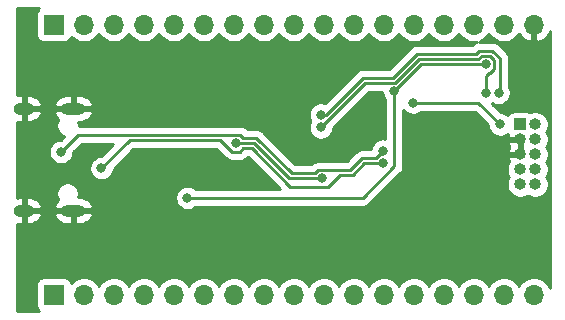
<source format=gbl>
%TF.GenerationSoftware,KiCad,Pcbnew,5.1.9+dfsg1-1*%
%TF.CreationDate,2022-01-14T18:57:29-05:00*%
%TF.ProjectId,samd21g17d,73616d64-3231-4673-9137-642e6b696361,rev?*%
%TF.SameCoordinates,Original*%
%TF.FileFunction,Copper,L2,Bot*%
%TF.FilePolarity,Positive*%
%FSLAX46Y46*%
G04 Gerber Fmt 4.6, Leading zero omitted, Abs format (unit mm)*
G04 Created by KiCad (PCBNEW 5.1.9+dfsg1-1) date 2022-01-14 18:57:29*
%MOMM*%
%LPD*%
G01*
G04 APERTURE LIST*
%TA.AperFunction,ComponentPad*%
%ADD10O,1.000000X1.000000*%
%TD*%
%TA.AperFunction,ComponentPad*%
%ADD11R,1.000000X1.000000*%
%TD*%
%TA.AperFunction,ComponentPad*%
%ADD12O,1.700000X1.700000*%
%TD*%
%TA.AperFunction,ComponentPad*%
%ADD13R,1.700000X1.700000*%
%TD*%
%TA.AperFunction,ComponentPad*%
%ADD14O,1.800000X1.000000*%
%TD*%
%TA.AperFunction,ComponentPad*%
%ADD15O,2.100000X1.000000*%
%TD*%
%TA.AperFunction,ViaPad*%
%ADD16C,0.800000*%
%TD*%
%TA.AperFunction,Conductor*%
%ADD17C,0.250000*%
%TD*%
%TA.AperFunction,Conductor*%
%ADD18C,0.254000*%
%TD*%
%TA.AperFunction,Conductor*%
%ADD19C,0.100000*%
%TD*%
G04 APERTURE END LIST*
D10*
%TO.P,DEBUG,10*%
%TO.N,RESET*%
X124587000Y-87185500D03*
%TO.P,DEBUG,9*%
%TO.N,Net-(J4-Pad9)*%
X123317000Y-87185500D03*
%TO.P,DEBUG,8*%
%TO.N,Net-(J4-Pad8)*%
X124587000Y-85915500D03*
%TO.P,DEBUG,7*%
%TO.N,Net-(J4-Pad7)*%
X123317000Y-85915500D03*
%TO.P,DEBUG,6*%
%TO.N,Net-(J4-Pad6)*%
X124587000Y-84645500D03*
%TO.P,DEBUG,5*%
%TO.N,GND*%
X123317000Y-84645500D03*
%TO.P,DEBUG,4*%
%TO.N,SWCLK*%
X124587000Y-83375500D03*
%TO.P,DEBUG,3*%
%TO.N,GND*%
X123317000Y-83375500D03*
%TO.P,DEBUG,2*%
%TO.N,SWDIO*%
X124587000Y-82105500D03*
D11*
%TO.P,DEBUG,1*%
%TO.N,+3V3*%
X123317000Y-82105500D03*
%TD*%
D12*
%TO.P,J3,17*%
%TO.N,GND*%
X124460000Y-73660000D03*
%TO.P,J3,16*%
%TO.N,+3V3*%
X121920000Y-73660000D03*
%TO.P,J3,15*%
%TO.N,PA17*%
X119380000Y-73660000D03*
%TO.P,J3,14*%
%TO.N,PA18*%
X116840000Y-73660000D03*
%TO.P,J3,13*%
%TO.N,PA19*%
X114300000Y-73660000D03*
%TO.P,J3,12*%
%TO.N,PA20*%
X111760000Y-73660000D03*
%TO.P,J3,11*%
%TO.N,PA21*%
X109220000Y-73660000D03*
%TO.P,J3,10*%
%TO.N,PA22*%
X106680000Y-73660000D03*
%TO.P,J3,9*%
%TO.N,PA23*%
X104140000Y-73660000D03*
%TO.P,J3,8*%
%TO.N,PB22*%
X101600000Y-73660000D03*
%TO.P,J3,7*%
%TO.N,PB23*%
X99060000Y-73660000D03*
%TO.P,J3,6*%
%TO.N,PA27*%
X96520000Y-73660000D03*
%TO.P,J3,5*%
%TO.N,PA28*%
X93980000Y-73660000D03*
%TO.P,J3,4*%
%TO.N,PB02*%
X91440000Y-73660000D03*
%TO.P,J3,3*%
%TO.N,PB03*%
X88900000Y-73660000D03*
%TO.P,J3,2*%
%TO.N,PA02*%
X86360000Y-73660000D03*
D13*
%TO.P,J3,1*%
%TO.N,PA03*%
X83820000Y-73660000D03*
%TD*%
D12*
%TO.P,J2,17*%
%TO.N,PA16*%
X124460000Y-96520000D03*
%TO.P,J2,16*%
%TO.N,PA15*%
X121920000Y-96520000D03*
%TO.P,J2,15*%
%TO.N,PA14*%
X119380000Y-96520000D03*
%TO.P,J2,14*%
%TO.N,PA13*%
X116840000Y-96520000D03*
%TO.P,J2,13*%
%TO.N,PA12*%
X114300000Y-96520000D03*
%TO.P,J2,12*%
%TO.N,PB11*%
X111760000Y-96520000D03*
%TO.P,J2,11*%
%TO.N,PB10*%
X109220000Y-96520000D03*
%TO.P,J2,10*%
%TO.N,PA11*%
X106680000Y-96520000D03*
%TO.P,J2,9*%
%TO.N,PA10*%
X104140000Y-96520000D03*
%TO.P,J2,8*%
%TO.N,PA09*%
X101600000Y-96520000D03*
%TO.P,J2,7*%
%TO.N,PA08*%
X99060000Y-96520000D03*
%TO.P,J2,6*%
%TO.N,PA05*%
X96520000Y-96520000D03*
%TO.P,J2,5*%
%TO.N,PA07*%
X93980000Y-96520000D03*
%TO.P,J2,4*%
%TO.N,PA06*%
X91440000Y-96520000D03*
%TO.P,J2,3*%
%TO.N,PA04*%
X88900000Y-96520000D03*
%TO.P,J2,2*%
%TO.N,PB09*%
X86360000Y-96520000D03*
D13*
%TO.P,J2,1*%
%TO.N,PB08*%
X83820000Y-96520000D03*
%TD*%
D14*
%TO.P,J1,S1*%
%TO.N,GND*%
X81303000Y-89410000D03*
X81303000Y-80770000D03*
D15*
X85483000Y-80770000D03*
X85483000Y-89410000D03*
%TD*%
D16*
%TO.N,GND*%
X109220000Y-81280000D03*
X104902000Y-78168500D03*
X96647000Y-86487000D03*
X108204000Y-91948000D03*
X106041011Y-83950989D03*
X97155000Y-78803500D03*
X97688500Y-90195500D03*
%TO.N,+3V3*%
X114236500Y-80264000D03*
X106553000Y-86677500D03*
X121602500Y-82105500D03*
X99250500Y-83693000D03*
%TO.N,RESET*%
X120396000Y-77025500D03*
X112649000Y-79311500D03*
X95123000Y-88328500D03*
%TO.N,D+*%
X111696500Y-85407500D03*
X87847001Y-85815001D03*
%TO.N,D-*%
X111696500Y-84328000D03*
X84429999Y-84429999D03*
%TO.N,SWCLK*%
X106426000Y-82359500D03*
X120396000Y-79438500D03*
%TO.N,SWDIO*%
X106426000Y-81280000D03*
X121475500Y-79438500D03*
%TD*%
D17*
%TO.N,+3V3*%
X99250500Y-83693000D02*
X100774500Y-83693000D01*
X103759000Y-86677500D02*
X106553000Y-86677500D01*
X100774500Y-83693000D02*
X103759000Y-86677500D01*
X119761000Y-80264000D02*
X121602500Y-82105500D01*
X114236500Y-80264000D02*
X119761000Y-80264000D01*
%TO.N,RESET*%
X114935000Y-77025500D02*
X112649000Y-79311500D01*
X120396000Y-77025500D02*
X114935000Y-77025500D01*
X112649000Y-85654480D02*
X112649000Y-79311500D01*
X109974980Y-88328500D02*
X112649000Y-85654480D01*
X95123000Y-88328500D02*
X109974980Y-88328500D01*
%TO.N,D+*%
X87847001Y-85815001D02*
X90243993Y-83418009D01*
X99598501Y-84418001D02*
X99873492Y-84143010D01*
X98902499Y-84418001D02*
X99598501Y-84418001D01*
X97902507Y-83418009D02*
X98902499Y-84418001D01*
X90243993Y-83418009D02*
X97902507Y-83418009D01*
X107034499Y-87402501D02*
X108034491Y-86402509D01*
X103847591Y-87402501D02*
X107034499Y-87402501D01*
X100588100Y-84143010D02*
X103847591Y-87402501D01*
X99873492Y-84143010D02*
X100588100Y-84143010D01*
X110110410Y-85407500D02*
X111696500Y-85407500D01*
X109115401Y-86402509D02*
X110110410Y-85407500D01*
X108034491Y-86402509D02*
X109115401Y-86402509D01*
%TO.N,D-*%
X85891999Y-82967999D02*
X99598501Y-82967999D01*
X84429999Y-84429999D02*
X85891999Y-82967999D01*
X99873492Y-83242990D02*
X100960901Y-83242991D01*
X99598501Y-82967999D02*
X99873492Y-83242990D01*
X100960901Y-83242991D02*
X103945400Y-86227490D01*
X103945400Y-86227490D02*
X105930008Y-86227490D01*
X106204999Y-85952499D02*
X108929001Y-85952499D01*
X105930008Y-86227490D02*
X106204999Y-85952499D01*
X111067009Y-84957491D02*
X111696500Y-84328000D01*
X109924009Y-84957491D02*
X111067009Y-84957491D01*
X108929001Y-85952499D02*
X109924009Y-84957491D01*
%TO.N,SWCLK*%
X120396000Y-79438500D02*
X120396000Y-77978000D01*
X120047999Y-76300499D02*
X119773008Y-76575490D01*
X120744001Y-76300499D02*
X120047999Y-76300499D01*
X121121001Y-76677499D02*
X120744001Y-76300499D01*
X121121001Y-77373501D02*
X121121001Y-76677499D01*
X120744001Y-77750501D02*
X121121001Y-77373501D01*
X120623499Y-77750501D02*
X120744001Y-77750501D01*
X120396000Y-77978000D02*
X120623499Y-77750501D01*
X119773008Y-76575490D02*
X114748599Y-76575491D01*
X110199001Y-78586499D02*
X106426000Y-82359500D01*
X112737591Y-78586499D02*
X110199001Y-78586499D01*
X114748599Y-76575491D02*
X112737591Y-78586499D01*
%TO.N,SWDIO*%
X121571011Y-76491099D02*
X120930401Y-75850489D01*
X121571011Y-79342989D02*
X121571011Y-76491099D01*
X121475500Y-79438500D02*
X121571011Y-79342989D01*
X119581518Y-76125482D02*
X114562198Y-76125482D01*
X119856511Y-75850489D02*
X119581518Y-76125482D01*
X120930401Y-75850489D02*
X119856511Y-75850489D01*
X112551191Y-78136489D02*
X110012600Y-78136490D01*
X114562198Y-76125482D02*
X112551191Y-78136489D01*
X106869090Y-81280000D02*
X106426000Y-81280000D01*
X110012600Y-78136490D02*
X106869090Y-81280000D01*
%TD*%
D18*
%TO.N,GND*%
X82518815Y-72358815D02*
X82439463Y-72455506D01*
X82380498Y-72565820D01*
X82344188Y-72685518D01*
X82331928Y-72810000D01*
X82331928Y-74510000D01*
X82344188Y-74634482D01*
X82380498Y-74754180D01*
X82439463Y-74864494D01*
X82518815Y-74961185D01*
X82615506Y-75040537D01*
X82725820Y-75099502D01*
X82845518Y-75135812D01*
X82970000Y-75148072D01*
X84670000Y-75148072D01*
X84794482Y-75135812D01*
X84914180Y-75099502D01*
X85024494Y-75040537D01*
X85121185Y-74961185D01*
X85200537Y-74864494D01*
X85259502Y-74754180D01*
X85281513Y-74681620D01*
X85413368Y-74813475D01*
X85656589Y-74975990D01*
X85926842Y-75087932D01*
X86213740Y-75145000D01*
X86506260Y-75145000D01*
X86793158Y-75087932D01*
X87063411Y-74975990D01*
X87306632Y-74813475D01*
X87513475Y-74606632D01*
X87630000Y-74432240D01*
X87746525Y-74606632D01*
X87953368Y-74813475D01*
X88196589Y-74975990D01*
X88466842Y-75087932D01*
X88753740Y-75145000D01*
X89046260Y-75145000D01*
X89333158Y-75087932D01*
X89603411Y-74975990D01*
X89846632Y-74813475D01*
X90053475Y-74606632D01*
X90170000Y-74432240D01*
X90286525Y-74606632D01*
X90493368Y-74813475D01*
X90736589Y-74975990D01*
X91006842Y-75087932D01*
X91293740Y-75145000D01*
X91586260Y-75145000D01*
X91873158Y-75087932D01*
X92143411Y-74975990D01*
X92386632Y-74813475D01*
X92593475Y-74606632D01*
X92710000Y-74432240D01*
X92826525Y-74606632D01*
X93033368Y-74813475D01*
X93276589Y-74975990D01*
X93546842Y-75087932D01*
X93833740Y-75145000D01*
X94126260Y-75145000D01*
X94413158Y-75087932D01*
X94683411Y-74975990D01*
X94926632Y-74813475D01*
X95133475Y-74606632D01*
X95250000Y-74432240D01*
X95366525Y-74606632D01*
X95573368Y-74813475D01*
X95816589Y-74975990D01*
X96086842Y-75087932D01*
X96373740Y-75145000D01*
X96666260Y-75145000D01*
X96953158Y-75087932D01*
X97223411Y-74975990D01*
X97466632Y-74813475D01*
X97673475Y-74606632D01*
X97790000Y-74432240D01*
X97906525Y-74606632D01*
X98113368Y-74813475D01*
X98356589Y-74975990D01*
X98626842Y-75087932D01*
X98913740Y-75145000D01*
X99206260Y-75145000D01*
X99493158Y-75087932D01*
X99763411Y-74975990D01*
X100006632Y-74813475D01*
X100213475Y-74606632D01*
X100330000Y-74432240D01*
X100446525Y-74606632D01*
X100653368Y-74813475D01*
X100896589Y-74975990D01*
X101166842Y-75087932D01*
X101453740Y-75145000D01*
X101746260Y-75145000D01*
X102033158Y-75087932D01*
X102303411Y-74975990D01*
X102546632Y-74813475D01*
X102753475Y-74606632D01*
X102870000Y-74432240D01*
X102986525Y-74606632D01*
X103193368Y-74813475D01*
X103436589Y-74975990D01*
X103706842Y-75087932D01*
X103993740Y-75145000D01*
X104286260Y-75145000D01*
X104573158Y-75087932D01*
X104843411Y-74975990D01*
X105086632Y-74813475D01*
X105293475Y-74606632D01*
X105410000Y-74432240D01*
X105526525Y-74606632D01*
X105733368Y-74813475D01*
X105976589Y-74975990D01*
X106246842Y-75087932D01*
X106533740Y-75145000D01*
X106826260Y-75145000D01*
X107113158Y-75087932D01*
X107383411Y-74975990D01*
X107626632Y-74813475D01*
X107833475Y-74606632D01*
X107950000Y-74432240D01*
X108066525Y-74606632D01*
X108273368Y-74813475D01*
X108516589Y-74975990D01*
X108786842Y-75087932D01*
X109073740Y-75145000D01*
X109366260Y-75145000D01*
X109653158Y-75087932D01*
X109923411Y-74975990D01*
X110166632Y-74813475D01*
X110373475Y-74606632D01*
X110490000Y-74432240D01*
X110606525Y-74606632D01*
X110813368Y-74813475D01*
X111056589Y-74975990D01*
X111326842Y-75087932D01*
X111613740Y-75145000D01*
X111906260Y-75145000D01*
X112193158Y-75087932D01*
X112463411Y-74975990D01*
X112706632Y-74813475D01*
X112913475Y-74606632D01*
X113030000Y-74432240D01*
X113146525Y-74606632D01*
X113353368Y-74813475D01*
X113596589Y-74975990D01*
X113866842Y-75087932D01*
X114153740Y-75145000D01*
X114446260Y-75145000D01*
X114733158Y-75087932D01*
X115003411Y-74975990D01*
X115246632Y-74813475D01*
X115453475Y-74606632D01*
X115570000Y-74432240D01*
X115686525Y-74606632D01*
X115893368Y-74813475D01*
X116136589Y-74975990D01*
X116406842Y-75087932D01*
X116693740Y-75145000D01*
X116986260Y-75145000D01*
X117273158Y-75087932D01*
X117543411Y-74975990D01*
X117786632Y-74813475D01*
X117993475Y-74606632D01*
X118110000Y-74432240D01*
X118226525Y-74606632D01*
X118433368Y-74813475D01*
X118676589Y-74975990D01*
X118946842Y-75087932D01*
X119233740Y-75145000D01*
X119526260Y-75145000D01*
X119636108Y-75123150D01*
X119564264Y-75144943D01*
X119432235Y-75215515D01*
X119316510Y-75310488D01*
X119292707Y-75339492D01*
X119266717Y-75365482D01*
X114599520Y-75365482D01*
X114562197Y-75361806D01*
X114524874Y-75365482D01*
X114524865Y-75365482D01*
X114413212Y-75376479D01*
X114269951Y-75419936D01*
X114137922Y-75490508D01*
X114137920Y-75490509D01*
X114137921Y-75490509D01*
X114051194Y-75561683D01*
X114051190Y-75561687D01*
X114022197Y-75585481D01*
X113998403Y-75614474D01*
X112236389Y-77376489D01*
X110049931Y-77376491D01*
X110012599Y-77372814D01*
X109863613Y-77387488D01*
X109720353Y-77430945D01*
X109588323Y-77501517D01*
X109501596Y-77572691D01*
X109501586Y-77572701D01*
X109472599Y-77596490D01*
X109448810Y-77625477D01*
X106771468Y-80302821D01*
X106727898Y-80284774D01*
X106527939Y-80245000D01*
X106324061Y-80245000D01*
X106124102Y-80284774D01*
X105935744Y-80362795D01*
X105766226Y-80476063D01*
X105622063Y-80620226D01*
X105508795Y-80789744D01*
X105430774Y-80978102D01*
X105391000Y-81178061D01*
X105391000Y-81381939D01*
X105430774Y-81581898D01*
X105508795Y-81770256D01*
X105541866Y-81819750D01*
X105508795Y-81869244D01*
X105430774Y-82057602D01*
X105391000Y-82257561D01*
X105391000Y-82461439D01*
X105430774Y-82661398D01*
X105508795Y-82849756D01*
X105622063Y-83019274D01*
X105766226Y-83163437D01*
X105935744Y-83276705D01*
X106124102Y-83354726D01*
X106324061Y-83394500D01*
X106527939Y-83394500D01*
X106727898Y-83354726D01*
X106916256Y-83276705D01*
X107085774Y-83163437D01*
X107229937Y-83019274D01*
X107343205Y-82849756D01*
X107421226Y-82661398D01*
X107461000Y-82461439D01*
X107461000Y-82399301D01*
X110513803Y-79346499D01*
X111614000Y-79346499D01*
X111614000Y-79413439D01*
X111653774Y-79613398D01*
X111731795Y-79801756D01*
X111845063Y-79971274D01*
X111889001Y-80015212D01*
X111889000Y-83311014D01*
X111798439Y-83293000D01*
X111594561Y-83293000D01*
X111394602Y-83332774D01*
X111206244Y-83410795D01*
X111036726Y-83524063D01*
X110892563Y-83668226D01*
X110779295Y-83837744D01*
X110701274Y-84026102D01*
X110667183Y-84197491D01*
X109961332Y-84197491D01*
X109924009Y-84193815D01*
X109886686Y-84197491D01*
X109886676Y-84197491D01*
X109775023Y-84208488D01*
X109631762Y-84251945D01*
X109499733Y-84322517D01*
X109384008Y-84417490D01*
X109360210Y-84446488D01*
X108614200Y-85192499D01*
X106242321Y-85192499D01*
X106204998Y-85188823D01*
X106167676Y-85192499D01*
X106167666Y-85192499D01*
X106056013Y-85203496D01*
X105912752Y-85246953D01*
X105780723Y-85317525D01*
X105664998Y-85412498D01*
X105641195Y-85441502D01*
X105615207Y-85467490D01*
X104260202Y-85467490D01*
X101524699Y-82731988D01*
X101500902Y-82702991D01*
X101471903Y-82679192D01*
X101385177Y-82608017D01*
X101253147Y-82537445D01*
X101153343Y-82507171D01*
X101109887Y-82493989D01*
X100998234Y-82482992D01*
X100960901Y-82479315D01*
X100923570Y-82482992D01*
X100188294Y-82482991D01*
X100162305Y-82457002D01*
X100138502Y-82427998D01*
X100022777Y-82333025D01*
X99890748Y-82262453D01*
X99747487Y-82218996D01*
X99635834Y-82207999D01*
X99635823Y-82207999D01*
X99598501Y-82204323D01*
X99561179Y-82207999D01*
X85943000Y-82207999D01*
X85943000Y-82105448D01*
X85906108Y-81919978D01*
X85899904Y-81905000D01*
X86160000Y-81905000D01*
X86378987Y-81858415D01*
X86584678Y-81770003D01*
X86769169Y-81643161D01*
X86925369Y-81482764D01*
X87047276Y-81294976D01*
X87127119Y-81071874D01*
X87000954Y-80897000D01*
X85610000Y-80897000D01*
X85610000Y-80917000D01*
X85356000Y-80917000D01*
X85356000Y-80897000D01*
X83965046Y-80897000D01*
X83838881Y-81071874D01*
X83918724Y-81294976D01*
X84040631Y-81482764D01*
X84196831Y-81643161D01*
X84199335Y-81644883D01*
X84132259Y-81745269D01*
X84059892Y-81919978D01*
X84023000Y-82105448D01*
X84023000Y-82294552D01*
X84059892Y-82480022D01*
X84132259Y-82654731D01*
X84237319Y-82811964D01*
X84371036Y-82945681D01*
X84528269Y-83050741D01*
X84674065Y-83111132D01*
X84390198Y-83394999D01*
X84328060Y-83394999D01*
X84128101Y-83434773D01*
X83939743Y-83512794D01*
X83770225Y-83626062D01*
X83626062Y-83770225D01*
X83512794Y-83939743D01*
X83434773Y-84128101D01*
X83394999Y-84328060D01*
X83394999Y-84531938D01*
X83434773Y-84731897D01*
X83512794Y-84920255D01*
X83626062Y-85089773D01*
X83770225Y-85233936D01*
X83939743Y-85347204D01*
X84128101Y-85425225D01*
X84328060Y-85464999D01*
X84531938Y-85464999D01*
X84731897Y-85425225D01*
X84920255Y-85347204D01*
X85089773Y-85233936D01*
X85233936Y-85089773D01*
X85347204Y-84920255D01*
X85425225Y-84731897D01*
X85464999Y-84531938D01*
X85464999Y-84469800D01*
X86206801Y-83727999D01*
X88859201Y-83727999D01*
X87807200Y-84780001D01*
X87745062Y-84780001D01*
X87545103Y-84819775D01*
X87356745Y-84897796D01*
X87187227Y-85011064D01*
X87043064Y-85155227D01*
X86929796Y-85324745D01*
X86851775Y-85513103D01*
X86812001Y-85713062D01*
X86812001Y-85916940D01*
X86851775Y-86116899D01*
X86929796Y-86305257D01*
X87043064Y-86474775D01*
X87187227Y-86618938D01*
X87356745Y-86732206D01*
X87545103Y-86810227D01*
X87745062Y-86850001D01*
X87948940Y-86850001D01*
X88148899Y-86810227D01*
X88337257Y-86732206D01*
X88506775Y-86618938D01*
X88650938Y-86474775D01*
X88764206Y-86305257D01*
X88842227Y-86116899D01*
X88882001Y-85916940D01*
X88882001Y-85854802D01*
X90558795Y-84178009D01*
X97587706Y-84178009D01*
X98338700Y-84929004D01*
X98362498Y-84958002D01*
X98478223Y-85052975D01*
X98610252Y-85123547D01*
X98753513Y-85167004D01*
X98865166Y-85178001D01*
X98865175Y-85178001D01*
X98902498Y-85181677D01*
X98939821Y-85178001D01*
X99561179Y-85178001D01*
X99598501Y-85181677D01*
X99635823Y-85178001D01*
X99635834Y-85178001D01*
X99747487Y-85167004D01*
X99890748Y-85123547D01*
X100022777Y-85052975D01*
X100138502Y-84958002D01*
X100162305Y-84928998D01*
X100188293Y-84903010D01*
X100273299Y-84903010D01*
X102938787Y-87568500D01*
X95826711Y-87568500D01*
X95782774Y-87524563D01*
X95613256Y-87411295D01*
X95424898Y-87333274D01*
X95224939Y-87293500D01*
X95021061Y-87293500D01*
X94821102Y-87333274D01*
X94632744Y-87411295D01*
X94463226Y-87524563D01*
X94319063Y-87668726D01*
X94205795Y-87838244D01*
X94127774Y-88026602D01*
X94088000Y-88226561D01*
X94088000Y-88430439D01*
X94127774Y-88630398D01*
X94205795Y-88818756D01*
X94319063Y-88988274D01*
X94463226Y-89132437D01*
X94632744Y-89245705D01*
X94821102Y-89323726D01*
X95021061Y-89363500D01*
X95224939Y-89363500D01*
X95424898Y-89323726D01*
X95613256Y-89245705D01*
X95782774Y-89132437D01*
X95826711Y-89088500D01*
X109937658Y-89088500D01*
X109974980Y-89092176D01*
X110012302Y-89088500D01*
X110012313Y-89088500D01*
X110123966Y-89077503D01*
X110267227Y-89034046D01*
X110399256Y-88963474D01*
X110514981Y-88868501D01*
X110538784Y-88839497D01*
X113160004Y-86218278D01*
X113189001Y-86194481D01*
X113283974Y-86078756D01*
X113354546Y-85946727D01*
X113398003Y-85803466D01*
X113409000Y-85691813D01*
X113409000Y-85691804D01*
X113412676Y-85654481D01*
X113409000Y-85617158D01*
X113409000Y-83677374D01*
X122222881Y-83677374D01*
X122239554Y-83732364D01*
X122329877Y-83935706D01*
X122382639Y-84010500D01*
X122329877Y-84085294D01*
X122239554Y-84288636D01*
X122222881Y-84343626D01*
X122349046Y-84518500D01*
X123190000Y-84518500D01*
X123190000Y-83502500D01*
X122349046Y-83502500D01*
X122222881Y-83677374D01*
X113409000Y-83677374D01*
X113409000Y-80888509D01*
X113432563Y-80923774D01*
X113576726Y-81067937D01*
X113746244Y-81181205D01*
X113934602Y-81259226D01*
X114134561Y-81299000D01*
X114338439Y-81299000D01*
X114538398Y-81259226D01*
X114726756Y-81181205D01*
X114896274Y-81067937D01*
X114940211Y-81024000D01*
X119446199Y-81024000D01*
X120567500Y-82145302D01*
X120567500Y-82207439D01*
X120607274Y-82407398D01*
X120685295Y-82595756D01*
X120798563Y-82765274D01*
X120942726Y-82909437D01*
X121112244Y-83022705D01*
X121300602Y-83100726D01*
X121500561Y-83140500D01*
X121704439Y-83140500D01*
X121904398Y-83100726D01*
X122092756Y-83022705D01*
X122260185Y-82910833D01*
X122275070Y-82938680D01*
X122239554Y-83018636D01*
X122222881Y-83073626D01*
X122349046Y-83248500D01*
X123190000Y-83248500D01*
X123190000Y-83243572D01*
X123444000Y-83243572D01*
X123444000Y-83248500D01*
X123455026Y-83248500D01*
X123452000Y-83263712D01*
X123452000Y-83487288D01*
X123455026Y-83502500D01*
X123444000Y-83502500D01*
X123444000Y-84518500D01*
X123455026Y-84518500D01*
X123452000Y-84533712D01*
X123452000Y-84757288D01*
X123455026Y-84772500D01*
X123444000Y-84772500D01*
X123444000Y-84783526D01*
X123428788Y-84780500D01*
X123205212Y-84780500D01*
X123190000Y-84783526D01*
X123190000Y-84772500D01*
X122349046Y-84772500D01*
X122222881Y-84947374D01*
X122239554Y-85002364D01*
X122329877Y-85205706D01*
X122379353Y-85275842D01*
X122311176Y-85377876D01*
X122225617Y-85584433D01*
X122182000Y-85803712D01*
X122182000Y-86027288D01*
X122225617Y-86246567D01*
X122311176Y-86453124D01*
X122376241Y-86550500D01*
X122311176Y-86647876D01*
X122225617Y-86854433D01*
X122182000Y-87073712D01*
X122182000Y-87297288D01*
X122225617Y-87516567D01*
X122311176Y-87723124D01*
X122435388Y-87909020D01*
X122593480Y-88067112D01*
X122779376Y-88191324D01*
X122985933Y-88276883D01*
X123205212Y-88320500D01*
X123428788Y-88320500D01*
X123648067Y-88276883D01*
X123854624Y-88191324D01*
X123952000Y-88126259D01*
X124049376Y-88191324D01*
X124255933Y-88276883D01*
X124475212Y-88320500D01*
X124698788Y-88320500D01*
X124918067Y-88276883D01*
X125124624Y-88191324D01*
X125310520Y-88067112D01*
X125468612Y-87909020D01*
X125592824Y-87723124D01*
X125678383Y-87516567D01*
X125722000Y-87297288D01*
X125722000Y-87073712D01*
X125678383Y-86854433D01*
X125592824Y-86647876D01*
X125527759Y-86550500D01*
X125592824Y-86453124D01*
X125678383Y-86246567D01*
X125722000Y-86027288D01*
X125722000Y-85803712D01*
X125678383Y-85584433D01*
X125592824Y-85377876D01*
X125527759Y-85280500D01*
X125592824Y-85183124D01*
X125678383Y-84976567D01*
X125722000Y-84757288D01*
X125722000Y-84533712D01*
X125678383Y-84314433D01*
X125592824Y-84107876D01*
X125527759Y-84010500D01*
X125592824Y-83913124D01*
X125678383Y-83706567D01*
X125722000Y-83487288D01*
X125722000Y-83263712D01*
X125678383Y-83044433D01*
X125592824Y-82837876D01*
X125527759Y-82740500D01*
X125592824Y-82643124D01*
X125678383Y-82436567D01*
X125722000Y-82217288D01*
X125722000Y-81993712D01*
X125678383Y-81774433D01*
X125592824Y-81567876D01*
X125468612Y-81381980D01*
X125310520Y-81223888D01*
X125124624Y-81099676D01*
X124918067Y-81014117D01*
X124698788Y-80970500D01*
X124475212Y-80970500D01*
X124255933Y-81014117D01*
X124144226Y-81060388D01*
X124061180Y-81015998D01*
X123941482Y-80979688D01*
X123817000Y-80967428D01*
X122817000Y-80967428D01*
X122692518Y-80979688D01*
X122572820Y-81015998D01*
X122462506Y-81074963D01*
X122365815Y-81154315D01*
X122286463Y-81251006D01*
X122260185Y-81300167D01*
X122092756Y-81188295D01*
X121904398Y-81110274D01*
X121704439Y-81070500D01*
X121642302Y-81070500D01*
X120910984Y-80339182D01*
X120935750Y-80322634D01*
X120985244Y-80355705D01*
X121173602Y-80433726D01*
X121373561Y-80473500D01*
X121577439Y-80473500D01*
X121777398Y-80433726D01*
X121965756Y-80355705D01*
X122135274Y-80242437D01*
X122279437Y-80098274D01*
X122392705Y-79928756D01*
X122470726Y-79740398D01*
X122510500Y-79540439D01*
X122510500Y-79336561D01*
X122470726Y-79136602D01*
X122392705Y-78948244D01*
X122331011Y-78855912D01*
X122331011Y-76528421D01*
X122334687Y-76491098D01*
X122331011Y-76453775D01*
X122331011Y-76453766D01*
X122320014Y-76342113D01*
X122276557Y-76198852D01*
X122205985Y-76066823D01*
X122111012Y-75951098D01*
X122082013Y-75927299D01*
X121494204Y-75339491D01*
X121470402Y-75310488D01*
X121354677Y-75215515D01*
X121222648Y-75144943D01*
X121079387Y-75101486D01*
X120967734Y-75090489D01*
X120967723Y-75090489D01*
X120930401Y-75086813D01*
X120893079Y-75090489D01*
X119893834Y-75090489D01*
X119856511Y-75086813D01*
X119819188Y-75090489D01*
X119819178Y-75090489D01*
X119781791Y-75094171D01*
X119813158Y-75087932D01*
X120083411Y-74975990D01*
X120326632Y-74813475D01*
X120533475Y-74606632D01*
X120650000Y-74432240D01*
X120766525Y-74606632D01*
X120973368Y-74813475D01*
X121216589Y-74975990D01*
X121486842Y-75087932D01*
X121773740Y-75145000D01*
X122066260Y-75145000D01*
X122353158Y-75087932D01*
X122623411Y-74975990D01*
X122866632Y-74813475D01*
X123073475Y-74606632D01*
X123195195Y-74424466D01*
X123264822Y-74541355D01*
X123459731Y-74757588D01*
X123693080Y-74931641D01*
X123955901Y-75056825D01*
X124103110Y-75101476D01*
X124333000Y-74980155D01*
X124333000Y-73787000D01*
X124313000Y-73787000D01*
X124313000Y-73533000D01*
X124333000Y-73533000D01*
X124333000Y-73513000D01*
X124587000Y-73513000D01*
X124587000Y-73533000D01*
X124607000Y-73533000D01*
X124607000Y-73787000D01*
X124587000Y-73787000D01*
X124587000Y-74980155D01*
X124816890Y-75101476D01*
X124964099Y-75056825D01*
X125226920Y-74931641D01*
X125460269Y-74757588D01*
X125655178Y-74541355D01*
X125804157Y-74291252D01*
X125832001Y-74212759D01*
X125832000Y-95951810D01*
X125775990Y-95816589D01*
X125613475Y-95573368D01*
X125406632Y-95366525D01*
X125163411Y-95204010D01*
X124893158Y-95092068D01*
X124606260Y-95035000D01*
X124313740Y-95035000D01*
X124026842Y-95092068D01*
X123756589Y-95204010D01*
X123513368Y-95366525D01*
X123306525Y-95573368D01*
X123190000Y-95747760D01*
X123073475Y-95573368D01*
X122866632Y-95366525D01*
X122623411Y-95204010D01*
X122353158Y-95092068D01*
X122066260Y-95035000D01*
X121773740Y-95035000D01*
X121486842Y-95092068D01*
X121216589Y-95204010D01*
X120973368Y-95366525D01*
X120766525Y-95573368D01*
X120650000Y-95747760D01*
X120533475Y-95573368D01*
X120326632Y-95366525D01*
X120083411Y-95204010D01*
X119813158Y-95092068D01*
X119526260Y-95035000D01*
X119233740Y-95035000D01*
X118946842Y-95092068D01*
X118676589Y-95204010D01*
X118433368Y-95366525D01*
X118226525Y-95573368D01*
X118110000Y-95747760D01*
X117993475Y-95573368D01*
X117786632Y-95366525D01*
X117543411Y-95204010D01*
X117273158Y-95092068D01*
X116986260Y-95035000D01*
X116693740Y-95035000D01*
X116406842Y-95092068D01*
X116136589Y-95204010D01*
X115893368Y-95366525D01*
X115686525Y-95573368D01*
X115570000Y-95747760D01*
X115453475Y-95573368D01*
X115246632Y-95366525D01*
X115003411Y-95204010D01*
X114733158Y-95092068D01*
X114446260Y-95035000D01*
X114153740Y-95035000D01*
X113866842Y-95092068D01*
X113596589Y-95204010D01*
X113353368Y-95366525D01*
X113146525Y-95573368D01*
X113030000Y-95747760D01*
X112913475Y-95573368D01*
X112706632Y-95366525D01*
X112463411Y-95204010D01*
X112193158Y-95092068D01*
X111906260Y-95035000D01*
X111613740Y-95035000D01*
X111326842Y-95092068D01*
X111056589Y-95204010D01*
X110813368Y-95366525D01*
X110606525Y-95573368D01*
X110490000Y-95747760D01*
X110373475Y-95573368D01*
X110166632Y-95366525D01*
X109923411Y-95204010D01*
X109653158Y-95092068D01*
X109366260Y-95035000D01*
X109073740Y-95035000D01*
X108786842Y-95092068D01*
X108516589Y-95204010D01*
X108273368Y-95366525D01*
X108066525Y-95573368D01*
X107950000Y-95747760D01*
X107833475Y-95573368D01*
X107626632Y-95366525D01*
X107383411Y-95204010D01*
X107113158Y-95092068D01*
X106826260Y-95035000D01*
X106533740Y-95035000D01*
X106246842Y-95092068D01*
X105976589Y-95204010D01*
X105733368Y-95366525D01*
X105526525Y-95573368D01*
X105410000Y-95747760D01*
X105293475Y-95573368D01*
X105086632Y-95366525D01*
X104843411Y-95204010D01*
X104573158Y-95092068D01*
X104286260Y-95035000D01*
X103993740Y-95035000D01*
X103706842Y-95092068D01*
X103436589Y-95204010D01*
X103193368Y-95366525D01*
X102986525Y-95573368D01*
X102870000Y-95747760D01*
X102753475Y-95573368D01*
X102546632Y-95366525D01*
X102303411Y-95204010D01*
X102033158Y-95092068D01*
X101746260Y-95035000D01*
X101453740Y-95035000D01*
X101166842Y-95092068D01*
X100896589Y-95204010D01*
X100653368Y-95366525D01*
X100446525Y-95573368D01*
X100330000Y-95747760D01*
X100213475Y-95573368D01*
X100006632Y-95366525D01*
X99763411Y-95204010D01*
X99493158Y-95092068D01*
X99206260Y-95035000D01*
X98913740Y-95035000D01*
X98626842Y-95092068D01*
X98356589Y-95204010D01*
X98113368Y-95366525D01*
X97906525Y-95573368D01*
X97790000Y-95747760D01*
X97673475Y-95573368D01*
X97466632Y-95366525D01*
X97223411Y-95204010D01*
X96953158Y-95092068D01*
X96666260Y-95035000D01*
X96373740Y-95035000D01*
X96086842Y-95092068D01*
X95816589Y-95204010D01*
X95573368Y-95366525D01*
X95366525Y-95573368D01*
X95250000Y-95747760D01*
X95133475Y-95573368D01*
X94926632Y-95366525D01*
X94683411Y-95204010D01*
X94413158Y-95092068D01*
X94126260Y-95035000D01*
X93833740Y-95035000D01*
X93546842Y-95092068D01*
X93276589Y-95204010D01*
X93033368Y-95366525D01*
X92826525Y-95573368D01*
X92710000Y-95747760D01*
X92593475Y-95573368D01*
X92386632Y-95366525D01*
X92143411Y-95204010D01*
X91873158Y-95092068D01*
X91586260Y-95035000D01*
X91293740Y-95035000D01*
X91006842Y-95092068D01*
X90736589Y-95204010D01*
X90493368Y-95366525D01*
X90286525Y-95573368D01*
X90170000Y-95747760D01*
X90053475Y-95573368D01*
X89846632Y-95366525D01*
X89603411Y-95204010D01*
X89333158Y-95092068D01*
X89046260Y-95035000D01*
X88753740Y-95035000D01*
X88466842Y-95092068D01*
X88196589Y-95204010D01*
X87953368Y-95366525D01*
X87746525Y-95573368D01*
X87630000Y-95747760D01*
X87513475Y-95573368D01*
X87306632Y-95366525D01*
X87063411Y-95204010D01*
X86793158Y-95092068D01*
X86506260Y-95035000D01*
X86213740Y-95035000D01*
X85926842Y-95092068D01*
X85656589Y-95204010D01*
X85413368Y-95366525D01*
X85281513Y-95498380D01*
X85259502Y-95425820D01*
X85200537Y-95315506D01*
X85121185Y-95218815D01*
X85024494Y-95139463D01*
X84914180Y-95080498D01*
X84794482Y-95044188D01*
X84670000Y-95031928D01*
X82970000Y-95031928D01*
X82845518Y-95044188D01*
X82725820Y-95080498D01*
X82615506Y-95139463D01*
X82518815Y-95218815D01*
X82439463Y-95315506D01*
X82380498Y-95425820D01*
X82344188Y-95545518D01*
X82331928Y-95670000D01*
X82331928Y-97370000D01*
X82344188Y-97494482D01*
X82380498Y-97614180D01*
X82439463Y-97724494D01*
X82518815Y-97821185D01*
X82605104Y-97892000D01*
X80670000Y-97892000D01*
X80670000Y-90522451D01*
X80776000Y-90545000D01*
X81176000Y-90545000D01*
X81176000Y-89537000D01*
X81430000Y-89537000D01*
X81430000Y-90545000D01*
X81830000Y-90545000D01*
X82048987Y-90498415D01*
X82254678Y-90410003D01*
X82439169Y-90283161D01*
X82595369Y-90122764D01*
X82717276Y-89934976D01*
X82797119Y-89711874D01*
X83838881Y-89711874D01*
X83918724Y-89934976D01*
X84040631Y-90122764D01*
X84196831Y-90283161D01*
X84381322Y-90410003D01*
X84587013Y-90498415D01*
X84806000Y-90545000D01*
X85356000Y-90545000D01*
X85356000Y-89537000D01*
X85610000Y-89537000D01*
X85610000Y-90545000D01*
X86160000Y-90545000D01*
X86378987Y-90498415D01*
X86584678Y-90410003D01*
X86769169Y-90283161D01*
X86925369Y-90122764D01*
X87047276Y-89934976D01*
X87127119Y-89711874D01*
X87000954Y-89537000D01*
X85610000Y-89537000D01*
X85356000Y-89537000D01*
X83965046Y-89537000D01*
X83838881Y-89711874D01*
X82797119Y-89711874D01*
X82670954Y-89537000D01*
X81430000Y-89537000D01*
X81176000Y-89537000D01*
X81156000Y-89537000D01*
X81156000Y-89283000D01*
X81176000Y-89283000D01*
X81176000Y-88275000D01*
X81430000Y-88275000D01*
X81430000Y-89283000D01*
X82670954Y-89283000D01*
X82797119Y-89108126D01*
X83838881Y-89108126D01*
X83965046Y-89283000D01*
X85356000Y-89283000D01*
X85356000Y-89263000D01*
X85610000Y-89263000D01*
X85610000Y-89283000D01*
X87000954Y-89283000D01*
X87127119Y-89108126D01*
X87047276Y-88885024D01*
X86925369Y-88697236D01*
X86769169Y-88536839D01*
X86584678Y-88409997D01*
X86378987Y-88321585D01*
X86160000Y-88275000D01*
X85899904Y-88275000D01*
X85906108Y-88260022D01*
X85943000Y-88074552D01*
X85943000Y-87885448D01*
X85906108Y-87699978D01*
X85833741Y-87525269D01*
X85728681Y-87368036D01*
X85594964Y-87234319D01*
X85437731Y-87129259D01*
X85263022Y-87056892D01*
X85077552Y-87020000D01*
X84888448Y-87020000D01*
X84702978Y-87056892D01*
X84528269Y-87129259D01*
X84371036Y-87234319D01*
X84237319Y-87368036D01*
X84132259Y-87525269D01*
X84059892Y-87699978D01*
X84023000Y-87885448D01*
X84023000Y-88074552D01*
X84059892Y-88260022D01*
X84132259Y-88434731D01*
X84199335Y-88535117D01*
X84196831Y-88536839D01*
X84040631Y-88697236D01*
X83918724Y-88885024D01*
X83838881Y-89108126D01*
X82797119Y-89108126D01*
X82717276Y-88885024D01*
X82595369Y-88697236D01*
X82439169Y-88536839D01*
X82254678Y-88409997D01*
X82048987Y-88321585D01*
X81830000Y-88275000D01*
X81430000Y-88275000D01*
X81176000Y-88275000D01*
X80776000Y-88275000D01*
X80670000Y-88297549D01*
X80670000Y-81882451D01*
X80776000Y-81905000D01*
X81176000Y-81905000D01*
X81176000Y-80897000D01*
X81430000Y-80897000D01*
X81430000Y-81905000D01*
X81830000Y-81905000D01*
X82048987Y-81858415D01*
X82254678Y-81770003D01*
X82439169Y-81643161D01*
X82595369Y-81482764D01*
X82717276Y-81294976D01*
X82797119Y-81071874D01*
X82670954Y-80897000D01*
X81430000Y-80897000D01*
X81176000Y-80897000D01*
X81156000Y-80897000D01*
X81156000Y-80643000D01*
X81176000Y-80643000D01*
X81176000Y-79635000D01*
X81430000Y-79635000D01*
X81430000Y-80643000D01*
X82670954Y-80643000D01*
X82797119Y-80468126D01*
X83838881Y-80468126D01*
X83965046Y-80643000D01*
X85356000Y-80643000D01*
X85356000Y-79635000D01*
X85610000Y-79635000D01*
X85610000Y-80643000D01*
X87000954Y-80643000D01*
X87127119Y-80468126D01*
X87047276Y-80245024D01*
X86925369Y-80057236D01*
X86769169Y-79896839D01*
X86584678Y-79769997D01*
X86378987Y-79681585D01*
X86160000Y-79635000D01*
X85610000Y-79635000D01*
X85356000Y-79635000D01*
X84806000Y-79635000D01*
X84587013Y-79681585D01*
X84381322Y-79769997D01*
X84196831Y-79896839D01*
X84040631Y-80057236D01*
X83918724Y-80245024D01*
X83838881Y-80468126D01*
X82797119Y-80468126D01*
X82717276Y-80245024D01*
X82595369Y-80057236D01*
X82439169Y-79896839D01*
X82254678Y-79769997D01*
X82048987Y-79681585D01*
X81830000Y-79635000D01*
X81430000Y-79635000D01*
X81176000Y-79635000D01*
X80776000Y-79635000D01*
X80670000Y-79657549D01*
X80670000Y-72288000D01*
X82605104Y-72288000D01*
X82518815Y-72358815D01*
%TA.AperFunction,Conductor*%
D19*
G36*
X82518815Y-72358815D02*
G01*
X82439463Y-72455506D01*
X82380498Y-72565820D01*
X82344188Y-72685518D01*
X82331928Y-72810000D01*
X82331928Y-74510000D01*
X82344188Y-74634482D01*
X82380498Y-74754180D01*
X82439463Y-74864494D01*
X82518815Y-74961185D01*
X82615506Y-75040537D01*
X82725820Y-75099502D01*
X82845518Y-75135812D01*
X82970000Y-75148072D01*
X84670000Y-75148072D01*
X84794482Y-75135812D01*
X84914180Y-75099502D01*
X85024494Y-75040537D01*
X85121185Y-74961185D01*
X85200537Y-74864494D01*
X85259502Y-74754180D01*
X85281513Y-74681620D01*
X85413368Y-74813475D01*
X85656589Y-74975990D01*
X85926842Y-75087932D01*
X86213740Y-75145000D01*
X86506260Y-75145000D01*
X86793158Y-75087932D01*
X87063411Y-74975990D01*
X87306632Y-74813475D01*
X87513475Y-74606632D01*
X87630000Y-74432240D01*
X87746525Y-74606632D01*
X87953368Y-74813475D01*
X88196589Y-74975990D01*
X88466842Y-75087932D01*
X88753740Y-75145000D01*
X89046260Y-75145000D01*
X89333158Y-75087932D01*
X89603411Y-74975990D01*
X89846632Y-74813475D01*
X90053475Y-74606632D01*
X90170000Y-74432240D01*
X90286525Y-74606632D01*
X90493368Y-74813475D01*
X90736589Y-74975990D01*
X91006842Y-75087932D01*
X91293740Y-75145000D01*
X91586260Y-75145000D01*
X91873158Y-75087932D01*
X92143411Y-74975990D01*
X92386632Y-74813475D01*
X92593475Y-74606632D01*
X92710000Y-74432240D01*
X92826525Y-74606632D01*
X93033368Y-74813475D01*
X93276589Y-74975990D01*
X93546842Y-75087932D01*
X93833740Y-75145000D01*
X94126260Y-75145000D01*
X94413158Y-75087932D01*
X94683411Y-74975990D01*
X94926632Y-74813475D01*
X95133475Y-74606632D01*
X95250000Y-74432240D01*
X95366525Y-74606632D01*
X95573368Y-74813475D01*
X95816589Y-74975990D01*
X96086842Y-75087932D01*
X96373740Y-75145000D01*
X96666260Y-75145000D01*
X96953158Y-75087932D01*
X97223411Y-74975990D01*
X97466632Y-74813475D01*
X97673475Y-74606632D01*
X97790000Y-74432240D01*
X97906525Y-74606632D01*
X98113368Y-74813475D01*
X98356589Y-74975990D01*
X98626842Y-75087932D01*
X98913740Y-75145000D01*
X99206260Y-75145000D01*
X99493158Y-75087932D01*
X99763411Y-74975990D01*
X100006632Y-74813475D01*
X100213475Y-74606632D01*
X100330000Y-74432240D01*
X100446525Y-74606632D01*
X100653368Y-74813475D01*
X100896589Y-74975990D01*
X101166842Y-75087932D01*
X101453740Y-75145000D01*
X101746260Y-75145000D01*
X102033158Y-75087932D01*
X102303411Y-74975990D01*
X102546632Y-74813475D01*
X102753475Y-74606632D01*
X102870000Y-74432240D01*
X102986525Y-74606632D01*
X103193368Y-74813475D01*
X103436589Y-74975990D01*
X103706842Y-75087932D01*
X103993740Y-75145000D01*
X104286260Y-75145000D01*
X104573158Y-75087932D01*
X104843411Y-74975990D01*
X105086632Y-74813475D01*
X105293475Y-74606632D01*
X105410000Y-74432240D01*
X105526525Y-74606632D01*
X105733368Y-74813475D01*
X105976589Y-74975990D01*
X106246842Y-75087932D01*
X106533740Y-75145000D01*
X106826260Y-75145000D01*
X107113158Y-75087932D01*
X107383411Y-74975990D01*
X107626632Y-74813475D01*
X107833475Y-74606632D01*
X107950000Y-74432240D01*
X108066525Y-74606632D01*
X108273368Y-74813475D01*
X108516589Y-74975990D01*
X108786842Y-75087932D01*
X109073740Y-75145000D01*
X109366260Y-75145000D01*
X109653158Y-75087932D01*
X109923411Y-74975990D01*
X110166632Y-74813475D01*
X110373475Y-74606632D01*
X110490000Y-74432240D01*
X110606525Y-74606632D01*
X110813368Y-74813475D01*
X111056589Y-74975990D01*
X111326842Y-75087932D01*
X111613740Y-75145000D01*
X111906260Y-75145000D01*
X112193158Y-75087932D01*
X112463411Y-74975990D01*
X112706632Y-74813475D01*
X112913475Y-74606632D01*
X113030000Y-74432240D01*
X113146525Y-74606632D01*
X113353368Y-74813475D01*
X113596589Y-74975990D01*
X113866842Y-75087932D01*
X114153740Y-75145000D01*
X114446260Y-75145000D01*
X114733158Y-75087932D01*
X115003411Y-74975990D01*
X115246632Y-74813475D01*
X115453475Y-74606632D01*
X115570000Y-74432240D01*
X115686525Y-74606632D01*
X115893368Y-74813475D01*
X116136589Y-74975990D01*
X116406842Y-75087932D01*
X116693740Y-75145000D01*
X116986260Y-75145000D01*
X117273158Y-75087932D01*
X117543411Y-74975990D01*
X117786632Y-74813475D01*
X117993475Y-74606632D01*
X118110000Y-74432240D01*
X118226525Y-74606632D01*
X118433368Y-74813475D01*
X118676589Y-74975990D01*
X118946842Y-75087932D01*
X119233740Y-75145000D01*
X119526260Y-75145000D01*
X119636108Y-75123150D01*
X119564264Y-75144943D01*
X119432235Y-75215515D01*
X119316510Y-75310488D01*
X119292707Y-75339492D01*
X119266717Y-75365482D01*
X114599520Y-75365482D01*
X114562197Y-75361806D01*
X114524874Y-75365482D01*
X114524865Y-75365482D01*
X114413212Y-75376479D01*
X114269951Y-75419936D01*
X114137922Y-75490508D01*
X114137920Y-75490509D01*
X114137921Y-75490509D01*
X114051194Y-75561683D01*
X114051190Y-75561687D01*
X114022197Y-75585481D01*
X113998403Y-75614474D01*
X112236389Y-77376489D01*
X110049931Y-77376491D01*
X110012599Y-77372814D01*
X109863613Y-77387488D01*
X109720353Y-77430945D01*
X109588323Y-77501517D01*
X109501596Y-77572691D01*
X109501586Y-77572701D01*
X109472599Y-77596490D01*
X109448810Y-77625477D01*
X106771468Y-80302821D01*
X106727898Y-80284774D01*
X106527939Y-80245000D01*
X106324061Y-80245000D01*
X106124102Y-80284774D01*
X105935744Y-80362795D01*
X105766226Y-80476063D01*
X105622063Y-80620226D01*
X105508795Y-80789744D01*
X105430774Y-80978102D01*
X105391000Y-81178061D01*
X105391000Y-81381939D01*
X105430774Y-81581898D01*
X105508795Y-81770256D01*
X105541866Y-81819750D01*
X105508795Y-81869244D01*
X105430774Y-82057602D01*
X105391000Y-82257561D01*
X105391000Y-82461439D01*
X105430774Y-82661398D01*
X105508795Y-82849756D01*
X105622063Y-83019274D01*
X105766226Y-83163437D01*
X105935744Y-83276705D01*
X106124102Y-83354726D01*
X106324061Y-83394500D01*
X106527939Y-83394500D01*
X106727898Y-83354726D01*
X106916256Y-83276705D01*
X107085774Y-83163437D01*
X107229937Y-83019274D01*
X107343205Y-82849756D01*
X107421226Y-82661398D01*
X107461000Y-82461439D01*
X107461000Y-82399301D01*
X110513803Y-79346499D01*
X111614000Y-79346499D01*
X111614000Y-79413439D01*
X111653774Y-79613398D01*
X111731795Y-79801756D01*
X111845063Y-79971274D01*
X111889001Y-80015212D01*
X111889000Y-83311014D01*
X111798439Y-83293000D01*
X111594561Y-83293000D01*
X111394602Y-83332774D01*
X111206244Y-83410795D01*
X111036726Y-83524063D01*
X110892563Y-83668226D01*
X110779295Y-83837744D01*
X110701274Y-84026102D01*
X110667183Y-84197491D01*
X109961332Y-84197491D01*
X109924009Y-84193815D01*
X109886686Y-84197491D01*
X109886676Y-84197491D01*
X109775023Y-84208488D01*
X109631762Y-84251945D01*
X109499733Y-84322517D01*
X109384008Y-84417490D01*
X109360210Y-84446488D01*
X108614200Y-85192499D01*
X106242321Y-85192499D01*
X106204998Y-85188823D01*
X106167676Y-85192499D01*
X106167666Y-85192499D01*
X106056013Y-85203496D01*
X105912752Y-85246953D01*
X105780723Y-85317525D01*
X105664998Y-85412498D01*
X105641195Y-85441502D01*
X105615207Y-85467490D01*
X104260202Y-85467490D01*
X101524699Y-82731988D01*
X101500902Y-82702991D01*
X101471903Y-82679192D01*
X101385177Y-82608017D01*
X101253147Y-82537445D01*
X101153343Y-82507171D01*
X101109887Y-82493989D01*
X100998234Y-82482992D01*
X100960901Y-82479315D01*
X100923570Y-82482992D01*
X100188294Y-82482991D01*
X100162305Y-82457002D01*
X100138502Y-82427998D01*
X100022777Y-82333025D01*
X99890748Y-82262453D01*
X99747487Y-82218996D01*
X99635834Y-82207999D01*
X99635823Y-82207999D01*
X99598501Y-82204323D01*
X99561179Y-82207999D01*
X85943000Y-82207999D01*
X85943000Y-82105448D01*
X85906108Y-81919978D01*
X85899904Y-81905000D01*
X86160000Y-81905000D01*
X86378987Y-81858415D01*
X86584678Y-81770003D01*
X86769169Y-81643161D01*
X86925369Y-81482764D01*
X87047276Y-81294976D01*
X87127119Y-81071874D01*
X87000954Y-80897000D01*
X85610000Y-80897000D01*
X85610000Y-80917000D01*
X85356000Y-80917000D01*
X85356000Y-80897000D01*
X83965046Y-80897000D01*
X83838881Y-81071874D01*
X83918724Y-81294976D01*
X84040631Y-81482764D01*
X84196831Y-81643161D01*
X84199335Y-81644883D01*
X84132259Y-81745269D01*
X84059892Y-81919978D01*
X84023000Y-82105448D01*
X84023000Y-82294552D01*
X84059892Y-82480022D01*
X84132259Y-82654731D01*
X84237319Y-82811964D01*
X84371036Y-82945681D01*
X84528269Y-83050741D01*
X84674065Y-83111132D01*
X84390198Y-83394999D01*
X84328060Y-83394999D01*
X84128101Y-83434773D01*
X83939743Y-83512794D01*
X83770225Y-83626062D01*
X83626062Y-83770225D01*
X83512794Y-83939743D01*
X83434773Y-84128101D01*
X83394999Y-84328060D01*
X83394999Y-84531938D01*
X83434773Y-84731897D01*
X83512794Y-84920255D01*
X83626062Y-85089773D01*
X83770225Y-85233936D01*
X83939743Y-85347204D01*
X84128101Y-85425225D01*
X84328060Y-85464999D01*
X84531938Y-85464999D01*
X84731897Y-85425225D01*
X84920255Y-85347204D01*
X85089773Y-85233936D01*
X85233936Y-85089773D01*
X85347204Y-84920255D01*
X85425225Y-84731897D01*
X85464999Y-84531938D01*
X85464999Y-84469800D01*
X86206801Y-83727999D01*
X88859201Y-83727999D01*
X87807200Y-84780001D01*
X87745062Y-84780001D01*
X87545103Y-84819775D01*
X87356745Y-84897796D01*
X87187227Y-85011064D01*
X87043064Y-85155227D01*
X86929796Y-85324745D01*
X86851775Y-85513103D01*
X86812001Y-85713062D01*
X86812001Y-85916940D01*
X86851775Y-86116899D01*
X86929796Y-86305257D01*
X87043064Y-86474775D01*
X87187227Y-86618938D01*
X87356745Y-86732206D01*
X87545103Y-86810227D01*
X87745062Y-86850001D01*
X87948940Y-86850001D01*
X88148899Y-86810227D01*
X88337257Y-86732206D01*
X88506775Y-86618938D01*
X88650938Y-86474775D01*
X88764206Y-86305257D01*
X88842227Y-86116899D01*
X88882001Y-85916940D01*
X88882001Y-85854802D01*
X90558795Y-84178009D01*
X97587706Y-84178009D01*
X98338700Y-84929004D01*
X98362498Y-84958002D01*
X98478223Y-85052975D01*
X98610252Y-85123547D01*
X98753513Y-85167004D01*
X98865166Y-85178001D01*
X98865175Y-85178001D01*
X98902498Y-85181677D01*
X98939821Y-85178001D01*
X99561179Y-85178001D01*
X99598501Y-85181677D01*
X99635823Y-85178001D01*
X99635834Y-85178001D01*
X99747487Y-85167004D01*
X99890748Y-85123547D01*
X100022777Y-85052975D01*
X100138502Y-84958002D01*
X100162305Y-84928998D01*
X100188293Y-84903010D01*
X100273299Y-84903010D01*
X102938787Y-87568500D01*
X95826711Y-87568500D01*
X95782774Y-87524563D01*
X95613256Y-87411295D01*
X95424898Y-87333274D01*
X95224939Y-87293500D01*
X95021061Y-87293500D01*
X94821102Y-87333274D01*
X94632744Y-87411295D01*
X94463226Y-87524563D01*
X94319063Y-87668726D01*
X94205795Y-87838244D01*
X94127774Y-88026602D01*
X94088000Y-88226561D01*
X94088000Y-88430439D01*
X94127774Y-88630398D01*
X94205795Y-88818756D01*
X94319063Y-88988274D01*
X94463226Y-89132437D01*
X94632744Y-89245705D01*
X94821102Y-89323726D01*
X95021061Y-89363500D01*
X95224939Y-89363500D01*
X95424898Y-89323726D01*
X95613256Y-89245705D01*
X95782774Y-89132437D01*
X95826711Y-89088500D01*
X109937658Y-89088500D01*
X109974980Y-89092176D01*
X110012302Y-89088500D01*
X110012313Y-89088500D01*
X110123966Y-89077503D01*
X110267227Y-89034046D01*
X110399256Y-88963474D01*
X110514981Y-88868501D01*
X110538784Y-88839497D01*
X113160004Y-86218278D01*
X113189001Y-86194481D01*
X113283974Y-86078756D01*
X113354546Y-85946727D01*
X113398003Y-85803466D01*
X113409000Y-85691813D01*
X113409000Y-85691804D01*
X113412676Y-85654481D01*
X113409000Y-85617158D01*
X113409000Y-83677374D01*
X122222881Y-83677374D01*
X122239554Y-83732364D01*
X122329877Y-83935706D01*
X122382639Y-84010500D01*
X122329877Y-84085294D01*
X122239554Y-84288636D01*
X122222881Y-84343626D01*
X122349046Y-84518500D01*
X123190000Y-84518500D01*
X123190000Y-83502500D01*
X122349046Y-83502500D01*
X122222881Y-83677374D01*
X113409000Y-83677374D01*
X113409000Y-80888509D01*
X113432563Y-80923774D01*
X113576726Y-81067937D01*
X113746244Y-81181205D01*
X113934602Y-81259226D01*
X114134561Y-81299000D01*
X114338439Y-81299000D01*
X114538398Y-81259226D01*
X114726756Y-81181205D01*
X114896274Y-81067937D01*
X114940211Y-81024000D01*
X119446199Y-81024000D01*
X120567500Y-82145302D01*
X120567500Y-82207439D01*
X120607274Y-82407398D01*
X120685295Y-82595756D01*
X120798563Y-82765274D01*
X120942726Y-82909437D01*
X121112244Y-83022705D01*
X121300602Y-83100726D01*
X121500561Y-83140500D01*
X121704439Y-83140500D01*
X121904398Y-83100726D01*
X122092756Y-83022705D01*
X122260185Y-82910833D01*
X122275070Y-82938680D01*
X122239554Y-83018636D01*
X122222881Y-83073626D01*
X122349046Y-83248500D01*
X123190000Y-83248500D01*
X123190000Y-83243572D01*
X123444000Y-83243572D01*
X123444000Y-83248500D01*
X123455026Y-83248500D01*
X123452000Y-83263712D01*
X123452000Y-83487288D01*
X123455026Y-83502500D01*
X123444000Y-83502500D01*
X123444000Y-84518500D01*
X123455026Y-84518500D01*
X123452000Y-84533712D01*
X123452000Y-84757288D01*
X123455026Y-84772500D01*
X123444000Y-84772500D01*
X123444000Y-84783526D01*
X123428788Y-84780500D01*
X123205212Y-84780500D01*
X123190000Y-84783526D01*
X123190000Y-84772500D01*
X122349046Y-84772500D01*
X122222881Y-84947374D01*
X122239554Y-85002364D01*
X122329877Y-85205706D01*
X122379353Y-85275842D01*
X122311176Y-85377876D01*
X122225617Y-85584433D01*
X122182000Y-85803712D01*
X122182000Y-86027288D01*
X122225617Y-86246567D01*
X122311176Y-86453124D01*
X122376241Y-86550500D01*
X122311176Y-86647876D01*
X122225617Y-86854433D01*
X122182000Y-87073712D01*
X122182000Y-87297288D01*
X122225617Y-87516567D01*
X122311176Y-87723124D01*
X122435388Y-87909020D01*
X122593480Y-88067112D01*
X122779376Y-88191324D01*
X122985933Y-88276883D01*
X123205212Y-88320500D01*
X123428788Y-88320500D01*
X123648067Y-88276883D01*
X123854624Y-88191324D01*
X123952000Y-88126259D01*
X124049376Y-88191324D01*
X124255933Y-88276883D01*
X124475212Y-88320500D01*
X124698788Y-88320500D01*
X124918067Y-88276883D01*
X125124624Y-88191324D01*
X125310520Y-88067112D01*
X125468612Y-87909020D01*
X125592824Y-87723124D01*
X125678383Y-87516567D01*
X125722000Y-87297288D01*
X125722000Y-87073712D01*
X125678383Y-86854433D01*
X125592824Y-86647876D01*
X125527759Y-86550500D01*
X125592824Y-86453124D01*
X125678383Y-86246567D01*
X125722000Y-86027288D01*
X125722000Y-85803712D01*
X125678383Y-85584433D01*
X125592824Y-85377876D01*
X125527759Y-85280500D01*
X125592824Y-85183124D01*
X125678383Y-84976567D01*
X125722000Y-84757288D01*
X125722000Y-84533712D01*
X125678383Y-84314433D01*
X125592824Y-84107876D01*
X125527759Y-84010500D01*
X125592824Y-83913124D01*
X125678383Y-83706567D01*
X125722000Y-83487288D01*
X125722000Y-83263712D01*
X125678383Y-83044433D01*
X125592824Y-82837876D01*
X125527759Y-82740500D01*
X125592824Y-82643124D01*
X125678383Y-82436567D01*
X125722000Y-82217288D01*
X125722000Y-81993712D01*
X125678383Y-81774433D01*
X125592824Y-81567876D01*
X125468612Y-81381980D01*
X125310520Y-81223888D01*
X125124624Y-81099676D01*
X124918067Y-81014117D01*
X124698788Y-80970500D01*
X124475212Y-80970500D01*
X124255933Y-81014117D01*
X124144226Y-81060388D01*
X124061180Y-81015998D01*
X123941482Y-80979688D01*
X123817000Y-80967428D01*
X122817000Y-80967428D01*
X122692518Y-80979688D01*
X122572820Y-81015998D01*
X122462506Y-81074963D01*
X122365815Y-81154315D01*
X122286463Y-81251006D01*
X122260185Y-81300167D01*
X122092756Y-81188295D01*
X121904398Y-81110274D01*
X121704439Y-81070500D01*
X121642302Y-81070500D01*
X120910984Y-80339182D01*
X120935750Y-80322634D01*
X120985244Y-80355705D01*
X121173602Y-80433726D01*
X121373561Y-80473500D01*
X121577439Y-80473500D01*
X121777398Y-80433726D01*
X121965756Y-80355705D01*
X122135274Y-80242437D01*
X122279437Y-80098274D01*
X122392705Y-79928756D01*
X122470726Y-79740398D01*
X122510500Y-79540439D01*
X122510500Y-79336561D01*
X122470726Y-79136602D01*
X122392705Y-78948244D01*
X122331011Y-78855912D01*
X122331011Y-76528421D01*
X122334687Y-76491098D01*
X122331011Y-76453775D01*
X122331011Y-76453766D01*
X122320014Y-76342113D01*
X122276557Y-76198852D01*
X122205985Y-76066823D01*
X122111012Y-75951098D01*
X122082013Y-75927299D01*
X121494204Y-75339491D01*
X121470402Y-75310488D01*
X121354677Y-75215515D01*
X121222648Y-75144943D01*
X121079387Y-75101486D01*
X120967734Y-75090489D01*
X120967723Y-75090489D01*
X120930401Y-75086813D01*
X120893079Y-75090489D01*
X119893834Y-75090489D01*
X119856511Y-75086813D01*
X119819188Y-75090489D01*
X119819178Y-75090489D01*
X119781791Y-75094171D01*
X119813158Y-75087932D01*
X120083411Y-74975990D01*
X120326632Y-74813475D01*
X120533475Y-74606632D01*
X120650000Y-74432240D01*
X120766525Y-74606632D01*
X120973368Y-74813475D01*
X121216589Y-74975990D01*
X121486842Y-75087932D01*
X121773740Y-75145000D01*
X122066260Y-75145000D01*
X122353158Y-75087932D01*
X122623411Y-74975990D01*
X122866632Y-74813475D01*
X123073475Y-74606632D01*
X123195195Y-74424466D01*
X123264822Y-74541355D01*
X123459731Y-74757588D01*
X123693080Y-74931641D01*
X123955901Y-75056825D01*
X124103110Y-75101476D01*
X124333000Y-74980155D01*
X124333000Y-73787000D01*
X124313000Y-73787000D01*
X124313000Y-73533000D01*
X124333000Y-73533000D01*
X124333000Y-73513000D01*
X124587000Y-73513000D01*
X124587000Y-73533000D01*
X124607000Y-73533000D01*
X124607000Y-73787000D01*
X124587000Y-73787000D01*
X124587000Y-74980155D01*
X124816890Y-75101476D01*
X124964099Y-75056825D01*
X125226920Y-74931641D01*
X125460269Y-74757588D01*
X125655178Y-74541355D01*
X125804157Y-74291252D01*
X125832001Y-74212759D01*
X125832000Y-95951810D01*
X125775990Y-95816589D01*
X125613475Y-95573368D01*
X125406632Y-95366525D01*
X125163411Y-95204010D01*
X124893158Y-95092068D01*
X124606260Y-95035000D01*
X124313740Y-95035000D01*
X124026842Y-95092068D01*
X123756589Y-95204010D01*
X123513368Y-95366525D01*
X123306525Y-95573368D01*
X123190000Y-95747760D01*
X123073475Y-95573368D01*
X122866632Y-95366525D01*
X122623411Y-95204010D01*
X122353158Y-95092068D01*
X122066260Y-95035000D01*
X121773740Y-95035000D01*
X121486842Y-95092068D01*
X121216589Y-95204010D01*
X120973368Y-95366525D01*
X120766525Y-95573368D01*
X120650000Y-95747760D01*
X120533475Y-95573368D01*
X120326632Y-95366525D01*
X120083411Y-95204010D01*
X119813158Y-95092068D01*
X119526260Y-95035000D01*
X119233740Y-95035000D01*
X118946842Y-95092068D01*
X118676589Y-95204010D01*
X118433368Y-95366525D01*
X118226525Y-95573368D01*
X118110000Y-95747760D01*
X117993475Y-95573368D01*
X117786632Y-95366525D01*
X117543411Y-95204010D01*
X117273158Y-95092068D01*
X116986260Y-95035000D01*
X116693740Y-95035000D01*
X116406842Y-95092068D01*
X116136589Y-95204010D01*
X115893368Y-95366525D01*
X115686525Y-95573368D01*
X115570000Y-95747760D01*
X115453475Y-95573368D01*
X115246632Y-95366525D01*
X115003411Y-95204010D01*
X114733158Y-95092068D01*
X114446260Y-95035000D01*
X114153740Y-95035000D01*
X113866842Y-95092068D01*
X113596589Y-95204010D01*
X113353368Y-95366525D01*
X113146525Y-95573368D01*
X113030000Y-95747760D01*
X112913475Y-95573368D01*
X112706632Y-95366525D01*
X112463411Y-95204010D01*
X112193158Y-95092068D01*
X111906260Y-95035000D01*
X111613740Y-95035000D01*
X111326842Y-95092068D01*
X111056589Y-95204010D01*
X110813368Y-95366525D01*
X110606525Y-95573368D01*
X110490000Y-95747760D01*
X110373475Y-95573368D01*
X110166632Y-95366525D01*
X109923411Y-95204010D01*
X109653158Y-95092068D01*
X109366260Y-95035000D01*
X109073740Y-95035000D01*
X108786842Y-95092068D01*
X108516589Y-95204010D01*
X108273368Y-95366525D01*
X108066525Y-95573368D01*
X107950000Y-95747760D01*
X107833475Y-95573368D01*
X107626632Y-95366525D01*
X107383411Y-95204010D01*
X107113158Y-95092068D01*
X106826260Y-95035000D01*
X106533740Y-95035000D01*
X106246842Y-95092068D01*
X105976589Y-95204010D01*
X105733368Y-95366525D01*
X105526525Y-95573368D01*
X105410000Y-95747760D01*
X105293475Y-95573368D01*
X105086632Y-95366525D01*
X104843411Y-95204010D01*
X104573158Y-95092068D01*
X104286260Y-95035000D01*
X103993740Y-95035000D01*
X103706842Y-95092068D01*
X103436589Y-95204010D01*
X103193368Y-95366525D01*
X102986525Y-95573368D01*
X102870000Y-95747760D01*
X102753475Y-95573368D01*
X102546632Y-95366525D01*
X102303411Y-95204010D01*
X102033158Y-95092068D01*
X101746260Y-95035000D01*
X101453740Y-95035000D01*
X101166842Y-95092068D01*
X100896589Y-95204010D01*
X100653368Y-95366525D01*
X100446525Y-95573368D01*
X100330000Y-95747760D01*
X100213475Y-95573368D01*
X100006632Y-95366525D01*
X99763411Y-95204010D01*
X99493158Y-95092068D01*
X99206260Y-95035000D01*
X98913740Y-95035000D01*
X98626842Y-95092068D01*
X98356589Y-95204010D01*
X98113368Y-95366525D01*
X97906525Y-95573368D01*
X97790000Y-95747760D01*
X97673475Y-95573368D01*
X97466632Y-95366525D01*
X97223411Y-95204010D01*
X96953158Y-95092068D01*
X96666260Y-95035000D01*
X96373740Y-95035000D01*
X96086842Y-95092068D01*
X95816589Y-95204010D01*
X95573368Y-95366525D01*
X95366525Y-95573368D01*
X95250000Y-95747760D01*
X95133475Y-95573368D01*
X94926632Y-95366525D01*
X94683411Y-95204010D01*
X94413158Y-95092068D01*
X94126260Y-95035000D01*
X93833740Y-95035000D01*
X93546842Y-95092068D01*
X93276589Y-95204010D01*
X93033368Y-95366525D01*
X92826525Y-95573368D01*
X92710000Y-95747760D01*
X92593475Y-95573368D01*
X92386632Y-95366525D01*
X92143411Y-95204010D01*
X91873158Y-95092068D01*
X91586260Y-95035000D01*
X91293740Y-95035000D01*
X91006842Y-95092068D01*
X90736589Y-95204010D01*
X90493368Y-95366525D01*
X90286525Y-95573368D01*
X90170000Y-95747760D01*
X90053475Y-95573368D01*
X89846632Y-95366525D01*
X89603411Y-95204010D01*
X89333158Y-95092068D01*
X89046260Y-95035000D01*
X88753740Y-95035000D01*
X88466842Y-95092068D01*
X88196589Y-95204010D01*
X87953368Y-95366525D01*
X87746525Y-95573368D01*
X87630000Y-95747760D01*
X87513475Y-95573368D01*
X87306632Y-95366525D01*
X87063411Y-95204010D01*
X86793158Y-95092068D01*
X86506260Y-95035000D01*
X86213740Y-95035000D01*
X85926842Y-95092068D01*
X85656589Y-95204010D01*
X85413368Y-95366525D01*
X85281513Y-95498380D01*
X85259502Y-95425820D01*
X85200537Y-95315506D01*
X85121185Y-95218815D01*
X85024494Y-95139463D01*
X84914180Y-95080498D01*
X84794482Y-95044188D01*
X84670000Y-95031928D01*
X82970000Y-95031928D01*
X82845518Y-95044188D01*
X82725820Y-95080498D01*
X82615506Y-95139463D01*
X82518815Y-95218815D01*
X82439463Y-95315506D01*
X82380498Y-95425820D01*
X82344188Y-95545518D01*
X82331928Y-95670000D01*
X82331928Y-97370000D01*
X82344188Y-97494482D01*
X82380498Y-97614180D01*
X82439463Y-97724494D01*
X82518815Y-97821185D01*
X82605104Y-97892000D01*
X80670000Y-97892000D01*
X80670000Y-90522451D01*
X80776000Y-90545000D01*
X81176000Y-90545000D01*
X81176000Y-89537000D01*
X81430000Y-89537000D01*
X81430000Y-90545000D01*
X81830000Y-90545000D01*
X82048987Y-90498415D01*
X82254678Y-90410003D01*
X82439169Y-90283161D01*
X82595369Y-90122764D01*
X82717276Y-89934976D01*
X82797119Y-89711874D01*
X83838881Y-89711874D01*
X83918724Y-89934976D01*
X84040631Y-90122764D01*
X84196831Y-90283161D01*
X84381322Y-90410003D01*
X84587013Y-90498415D01*
X84806000Y-90545000D01*
X85356000Y-90545000D01*
X85356000Y-89537000D01*
X85610000Y-89537000D01*
X85610000Y-90545000D01*
X86160000Y-90545000D01*
X86378987Y-90498415D01*
X86584678Y-90410003D01*
X86769169Y-90283161D01*
X86925369Y-90122764D01*
X87047276Y-89934976D01*
X87127119Y-89711874D01*
X87000954Y-89537000D01*
X85610000Y-89537000D01*
X85356000Y-89537000D01*
X83965046Y-89537000D01*
X83838881Y-89711874D01*
X82797119Y-89711874D01*
X82670954Y-89537000D01*
X81430000Y-89537000D01*
X81176000Y-89537000D01*
X81156000Y-89537000D01*
X81156000Y-89283000D01*
X81176000Y-89283000D01*
X81176000Y-88275000D01*
X81430000Y-88275000D01*
X81430000Y-89283000D01*
X82670954Y-89283000D01*
X82797119Y-89108126D01*
X83838881Y-89108126D01*
X83965046Y-89283000D01*
X85356000Y-89283000D01*
X85356000Y-89263000D01*
X85610000Y-89263000D01*
X85610000Y-89283000D01*
X87000954Y-89283000D01*
X87127119Y-89108126D01*
X87047276Y-88885024D01*
X86925369Y-88697236D01*
X86769169Y-88536839D01*
X86584678Y-88409997D01*
X86378987Y-88321585D01*
X86160000Y-88275000D01*
X85899904Y-88275000D01*
X85906108Y-88260022D01*
X85943000Y-88074552D01*
X85943000Y-87885448D01*
X85906108Y-87699978D01*
X85833741Y-87525269D01*
X85728681Y-87368036D01*
X85594964Y-87234319D01*
X85437731Y-87129259D01*
X85263022Y-87056892D01*
X85077552Y-87020000D01*
X84888448Y-87020000D01*
X84702978Y-87056892D01*
X84528269Y-87129259D01*
X84371036Y-87234319D01*
X84237319Y-87368036D01*
X84132259Y-87525269D01*
X84059892Y-87699978D01*
X84023000Y-87885448D01*
X84023000Y-88074552D01*
X84059892Y-88260022D01*
X84132259Y-88434731D01*
X84199335Y-88535117D01*
X84196831Y-88536839D01*
X84040631Y-88697236D01*
X83918724Y-88885024D01*
X83838881Y-89108126D01*
X82797119Y-89108126D01*
X82717276Y-88885024D01*
X82595369Y-88697236D01*
X82439169Y-88536839D01*
X82254678Y-88409997D01*
X82048987Y-88321585D01*
X81830000Y-88275000D01*
X81430000Y-88275000D01*
X81176000Y-88275000D01*
X80776000Y-88275000D01*
X80670000Y-88297549D01*
X80670000Y-81882451D01*
X80776000Y-81905000D01*
X81176000Y-81905000D01*
X81176000Y-80897000D01*
X81430000Y-80897000D01*
X81430000Y-81905000D01*
X81830000Y-81905000D01*
X82048987Y-81858415D01*
X82254678Y-81770003D01*
X82439169Y-81643161D01*
X82595369Y-81482764D01*
X82717276Y-81294976D01*
X82797119Y-81071874D01*
X82670954Y-80897000D01*
X81430000Y-80897000D01*
X81176000Y-80897000D01*
X81156000Y-80897000D01*
X81156000Y-80643000D01*
X81176000Y-80643000D01*
X81176000Y-79635000D01*
X81430000Y-79635000D01*
X81430000Y-80643000D01*
X82670954Y-80643000D01*
X82797119Y-80468126D01*
X83838881Y-80468126D01*
X83965046Y-80643000D01*
X85356000Y-80643000D01*
X85356000Y-79635000D01*
X85610000Y-79635000D01*
X85610000Y-80643000D01*
X87000954Y-80643000D01*
X87127119Y-80468126D01*
X87047276Y-80245024D01*
X86925369Y-80057236D01*
X86769169Y-79896839D01*
X86584678Y-79769997D01*
X86378987Y-79681585D01*
X86160000Y-79635000D01*
X85610000Y-79635000D01*
X85356000Y-79635000D01*
X84806000Y-79635000D01*
X84587013Y-79681585D01*
X84381322Y-79769997D01*
X84196831Y-79896839D01*
X84040631Y-80057236D01*
X83918724Y-80245024D01*
X83838881Y-80468126D01*
X82797119Y-80468126D01*
X82717276Y-80245024D01*
X82595369Y-80057236D01*
X82439169Y-79896839D01*
X82254678Y-79769997D01*
X82048987Y-79681585D01*
X81830000Y-79635000D01*
X81430000Y-79635000D01*
X81176000Y-79635000D01*
X80776000Y-79635000D01*
X80670000Y-79657549D01*
X80670000Y-72288000D01*
X82605104Y-72288000D01*
X82518815Y-72358815D01*
G37*
%TD.AperFunction*%
%TD*%
M02*

</source>
